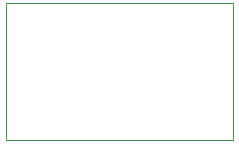
<source format=gbr>
%TF.GenerationSoftware,KiCad,Pcbnew,6.0.9-1.fc36*%
%TF.CreationDate,2022-11-19T00:25:19+01:00*%
%TF.ProjectId,solar,736f6c61-722e-46b6-9963-61645f706362,rev?*%
%TF.SameCoordinates,Original*%
%TF.FileFunction,Profile,NP*%
%FSLAX46Y46*%
G04 Gerber Fmt 4.6, Leading zero omitted, Abs format (unit mm)*
G04 Created by KiCad (PCBNEW 6.0.9-1.fc36) date 2022-11-19 00:25:19*
%MOMM*%
%LPD*%
G01*
G04 APERTURE LIST*
%TA.AperFunction,Profile*%
%ADD10C,0.100000*%
%TD*%
G04 APERTURE END LIST*
D10*
X164338000Y-111252000D02*
X183515000Y-111252000D01*
X183515000Y-111252000D02*
X183515000Y-99695000D01*
X183515000Y-99695000D02*
X164338000Y-99695000D01*
X164338000Y-99695000D02*
X164338000Y-111252000D01*
M02*

</source>
